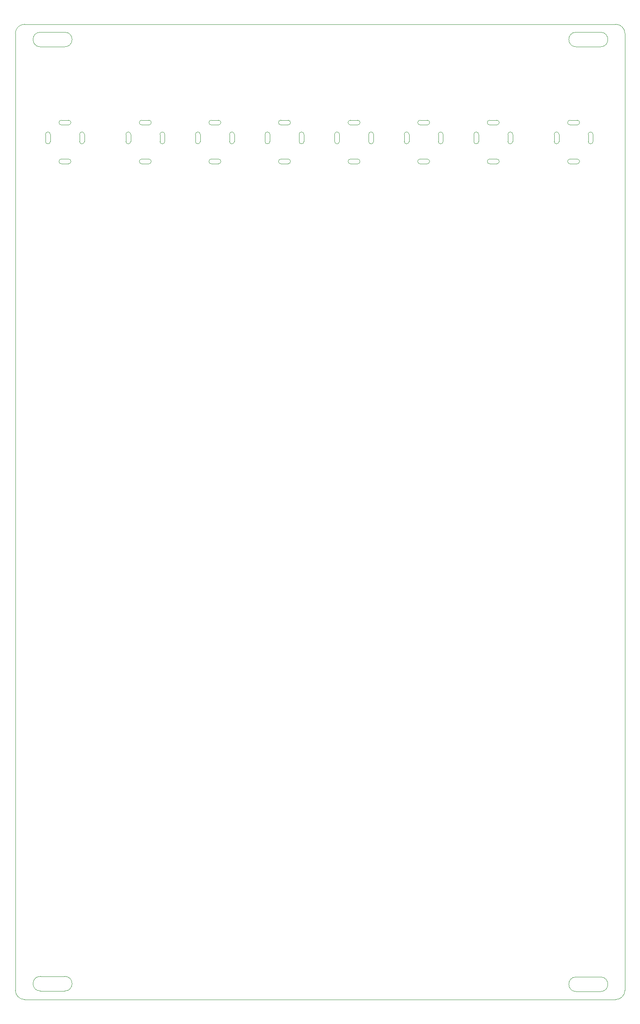
<source format=gbr>
%TF.GenerationSoftware,KiCad,Pcbnew,7.0.8*%
%TF.CreationDate,2023-12-13T19:44:07-05:00*%
%TF.ProjectId,pcb,7063622e-6b69-4636-9164-5f7063625858,rev?*%
%TF.SameCoordinates,Original*%
%TF.FileFunction,Profile,NP*%
%FSLAX46Y46*%
G04 Gerber Fmt 4.6, Leading zero omitted, Abs format (unit mm)*
G04 Created by KiCad (PCBNEW 7.0.8) date 2023-12-13 19:44:07*
%MOMM*%
%LPD*%
G01*
G04 APERTURE LIST*
%TA.AperFunction,Profile*%
%ADD10C,0.050000*%
%TD*%
%TA.AperFunction,Profile*%
%ADD11C,0.010000*%
%TD*%
G04 APERTURE END LIST*
D10*
X1905000Y0D02*
X125095000Y0D01*
X1905000Y-203200000D02*
X125095000Y-203200000D01*
X0Y-1905000D02*
X0Y-201295000D01*
X127000000Y-1905000D02*
X127000000Y-201295000D01*
X5207000Y-201422000D02*
X10287000Y-201422000D01*
X116840000Y-1651000D02*
X121920000Y-1651000D01*
X116840000Y-198501000D02*
G75*
G03*
X116840000Y-201549000I0J-1524000D01*
G01*
X5207000Y-198374000D02*
G75*
G03*
X5207000Y-201422000I4J-1524000D01*
G01*
X5207000Y-1651000D02*
X10287000Y-1651000D01*
X116840000Y-1651000D02*
G75*
G03*
X116840000Y-4699000I0J-1524000D01*
G01*
X5207000Y-4699000D02*
X10287000Y-4699000D01*
X121920000Y-201549000D02*
G75*
G03*
X121920000Y-198501000I0J1524000D01*
G01*
X0Y-201295000D02*
G75*
G03*
X1905000Y-203200000I1905000J0D01*
G01*
X121920000Y-4699000D02*
G75*
G03*
X121920000Y-1651000I0J1524000D01*
G01*
X127000000Y-1905000D02*
G75*
G03*
X125095000Y0I-1905000J0D01*
G01*
X5207000Y-198374000D02*
X10287000Y-198374000D01*
X5207000Y-1651000D02*
G75*
G03*
X5207000Y-4699000I4J-1524000D01*
G01*
X116840000Y-4699000D02*
X121920000Y-4699000D01*
X10287000Y-201422000D02*
G75*
G03*
X10287000Y-198374000I0J1524000D01*
G01*
X116840000Y-198501000D02*
X121920000Y-198501000D01*
X1905000Y0D02*
G75*
G03*
X0Y-1905000I1J-1905001D01*
G01*
X125095000Y-203200000D02*
G75*
G03*
X127000000Y-201295000I0J1905000D01*
G01*
X116840000Y-201549000D02*
X121920000Y-201549000D01*
X10287000Y-4699000D02*
G75*
G03*
X10287000Y-1651000I0J1524000D01*
G01*
D11*
%TO.C,J6*%
X66520000Y-23680000D02*
X66520000Y-22930000D01*
X66520000Y-24430000D02*
X66520000Y-23680000D01*
X67520000Y-22930000D02*
X67520000Y-23680000D01*
X67520000Y-23680000D02*
X67520000Y-24430000D01*
X69820000Y-19980000D02*
X70570000Y-19980000D01*
X69820000Y-28080000D02*
X70570000Y-28080000D01*
X70570000Y-19980000D02*
X71320000Y-19980000D01*
X70570000Y-20980000D02*
X69820000Y-20980000D01*
X70570000Y-28080000D02*
X71320000Y-28080000D01*
X70570000Y-29080000D02*
X69820000Y-29080000D01*
X71320000Y-20980000D02*
X70570000Y-20980000D01*
X71320000Y-29080000D02*
X70570000Y-29080000D01*
X73620000Y-23680000D02*
X73620000Y-22930000D01*
X73620000Y-24430000D02*
X73620000Y-23680000D01*
X74620000Y-22930000D02*
X74620000Y-23680000D01*
X74620000Y-23680000D02*
X74620000Y-24430000D01*
X67020000Y-22430000D02*
G75*
G03*
X66520000Y-22930000I1J-500001D01*
G01*
X67520000Y-22930000D02*
G75*
G03*
X67020000Y-22430000I-500001J-1D01*
G01*
X66520000Y-24430000D02*
G75*
G03*
X67020000Y-24930000I500001J1D01*
G01*
X67020000Y-24930000D02*
G75*
G03*
X67520000Y-24430000I-1J500001D01*
G01*
X69820000Y-19980000D02*
G75*
G03*
X69320000Y-20480000I1J-500001D01*
G01*
X69820000Y-28080000D02*
G75*
G03*
X69320000Y-28580000I1J-500001D01*
G01*
X69320000Y-20480000D02*
G75*
G03*
X69820000Y-20980000I500001J1D01*
G01*
X69320000Y-28580000D02*
G75*
G03*
X69820000Y-29080000I500001J1D01*
G01*
X71820000Y-20480000D02*
G75*
G03*
X71320000Y-19980000I-500000J0D01*
G01*
X71820000Y-28580000D02*
G75*
G03*
X71320000Y-28080000I-500000J0D01*
G01*
X71320000Y-20980000D02*
G75*
G03*
X71820000Y-20480000I0J500000D01*
G01*
X71320000Y-29080000D02*
G75*
G03*
X71820000Y-28580000I0J500000D01*
G01*
X74120000Y-22430000D02*
G75*
G03*
X73620000Y-22930000I0J-500000D01*
G01*
X74620000Y-22930000D02*
G75*
G03*
X74120000Y-22430000I-500000J0D01*
G01*
X73620000Y-24430000D02*
G75*
G03*
X74120000Y-24930000I500000J0D01*
G01*
X74120000Y-24930000D02*
G75*
G03*
X74620000Y-24430000I0J500000D01*
G01*
%TO.C,J1*%
X112260000Y-23680000D02*
X112260000Y-22930000D01*
X112260000Y-24430000D02*
X112260000Y-23680000D01*
X113260000Y-22930000D02*
X113260000Y-23680000D01*
X113260000Y-23680000D02*
X113260000Y-24430000D01*
X115560000Y-19980000D02*
X116310000Y-19980000D01*
X115560000Y-28080000D02*
X116310000Y-28080000D01*
X116310000Y-19980000D02*
X117060000Y-19980000D01*
X116310000Y-20980000D02*
X115560000Y-20980000D01*
X116310000Y-28080000D02*
X117060000Y-28080000D01*
X116310000Y-29080000D02*
X115560000Y-29080000D01*
X117060000Y-20980000D02*
X116310000Y-20980000D01*
X117060000Y-29080000D02*
X116310000Y-29080000D01*
X119360000Y-23680000D02*
X119360000Y-22930000D01*
X119360000Y-24430000D02*
X119360000Y-23680000D01*
X120360000Y-22930000D02*
X120360000Y-23680000D01*
X120360000Y-23680000D02*
X120360000Y-24430000D01*
X112760000Y-22430000D02*
G75*
G03*
X112260000Y-22930000I1J-500001D01*
G01*
X113260000Y-22930000D02*
G75*
G03*
X112760000Y-22430000I-500001J-1D01*
G01*
X112260000Y-24430000D02*
G75*
G03*
X112760000Y-24930000I500001J1D01*
G01*
X112760000Y-24930000D02*
G75*
G03*
X113260000Y-24430000I-1J500001D01*
G01*
X115560000Y-19980000D02*
G75*
G03*
X115060000Y-20480000I1J-500001D01*
G01*
X115560000Y-28080000D02*
G75*
G03*
X115060000Y-28580000I1J-500001D01*
G01*
X115060000Y-20480000D02*
G75*
G03*
X115560000Y-20980000I500001J1D01*
G01*
X115060000Y-28580000D02*
G75*
G03*
X115560000Y-29080000I500001J1D01*
G01*
X117560000Y-20480000D02*
G75*
G03*
X117060000Y-19980000I-500000J0D01*
G01*
X117560000Y-28580000D02*
G75*
G03*
X117060000Y-28080000I-500000J0D01*
G01*
X117060000Y-20980000D02*
G75*
G03*
X117560000Y-20480000I0J500000D01*
G01*
X117060000Y-29080000D02*
G75*
G03*
X117560000Y-28580000I0J500000D01*
G01*
X119860000Y-22430000D02*
G75*
G03*
X119360000Y-22930000I0J-500000D01*
G01*
X120360000Y-22930000D02*
G75*
G03*
X119860000Y-22430000I-500000J0D01*
G01*
X119360000Y-24430000D02*
G75*
G03*
X119860000Y-24930000I500000J0D01*
G01*
X119860000Y-24930000D02*
G75*
G03*
X120360000Y-24430000I0J500000D01*
G01*
%TO.C,J5*%
X52020000Y-23680000D02*
X52020000Y-22930000D01*
X52020000Y-24430000D02*
X52020000Y-23680000D01*
X53020000Y-22930000D02*
X53020000Y-23680000D01*
X53020000Y-23680000D02*
X53020000Y-24430000D01*
X55320000Y-19980000D02*
X56070000Y-19980000D01*
X55320000Y-28080000D02*
X56070000Y-28080000D01*
X56070000Y-19980000D02*
X56820000Y-19980000D01*
X56070000Y-20980000D02*
X55320000Y-20980000D01*
X56070000Y-28080000D02*
X56820000Y-28080000D01*
X56070000Y-29080000D02*
X55320000Y-29080000D01*
X56820000Y-20980000D02*
X56070000Y-20980000D01*
X56820000Y-29080000D02*
X56070000Y-29080000D01*
X59120000Y-23680000D02*
X59120000Y-22930000D01*
X59120000Y-24430000D02*
X59120000Y-23680000D01*
X60120000Y-22930000D02*
X60120000Y-23680000D01*
X60120000Y-23680000D02*
X60120000Y-24430000D01*
X52520000Y-22430000D02*
G75*
G03*
X52020000Y-22930000I1J-500001D01*
G01*
X53020000Y-22930000D02*
G75*
G03*
X52520000Y-22430000I-500001J-1D01*
G01*
X52020000Y-24430000D02*
G75*
G03*
X52520000Y-24930000I500001J1D01*
G01*
X52520000Y-24930000D02*
G75*
G03*
X53020000Y-24430000I-1J500001D01*
G01*
X55320000Y-19980000D02*
G75*
G03*
X54820000Y-20480000I1J-500001D01*
G01*
X55320000Y-28080000D02*
G75*
G03*
X54820000Y-28580000I1J-500001D01*
G01*
X54820000Y-20480000D02*
G75*
G03*
X55320000Y-20980000I500001J1D01*
G01*
X54820000Y-28580000D02*
G75*
G03*
X55320000Y-29080000I500001J1D01*
G01*
X57320000Y-20480000D02*
G75*
G03*
X56820000Y-19980000I-500000J0D01*
G01*
X57320000Y-28580000D02*
G75*
G03*
X56820000Y-28080000I-500000J0D01*
G01*
X56820000Y-20980000D02*
G75*
G03*
X57320000Y-20480000I0J500000D01*
G01*
X56820000Y-29080000D02*
G75*
G03*
X57320000Y-28580000I0J500000D01*
G01*
X59620000Y-22430000D02*
G75*
G03*
X59120000Y-22930000I0J-500000D01*
G01*
X60120000Y-22930000D02*
G75*
G03*
X59620000Y-22430000I-500000J0D01*
G01*
X59120000Y-24430000D02*
G75*
G03*
X59620000Y-24930000I500000J0D01*
G01*
X59620000Y-24930000D02*
G75*
G03*
X60120000Y-24430000I0J500000D01*
G01*
%TO.C,J8*%
X95520000Y-23680000D02*
X95520000Y-22930000D01*
X95520000Y-24430000D02*
X95520000Y-23680000D01*
X96520000Y-22930000D02*
X96520000Y-23680000D01*
X96520000Y-23680000D02*
X96520000Y-24430000D01*
X98820000Y-19980000D02*
X99570000Y-19980000D01*
X98820000Y-28080000D02*
X99570000Y-28080000D01*
X99570000Y-19980000D02*
X100320000Y-19980000D01*
X99570000Y-20980000D02*
X98820000Y-20980000D01*
X99570000Y-28080000D02*
X100320000Y-28080000D01*
X99570000Y-29080000D02*
X98820000Y-29080000D01*
X100320000Y-20980000D02*
X99570000Y-20980000D01*
X100320000Y-29080000D02*
X99570000Y-29080000D01*
X102620000Y-23680000D02*
X102620000Y-22930000D01*
X102620000Y-24430000D02*
X102620000Y-23680000D01*
X103620000Y-22930000D02*
X103620000Y-23680000D01*
X103620000Y-23680000D02*
X103620000Y-24430000D01*
X96020000Y-22430000D02*
G75*
G03*
X95520000Y-22930000I1J-500001D01*
G01*
X96520000Y-22930000D02*
G75*
G03*
X96020000Y-22430000I-500001J-1D01*
G01*
X95520000Y-24430000D02*
G75*
G03*
X96020000Y-24930000I500001J1D01*
G01*
X96020000Y-24930000D02*
G75*
G03*
X96520000Y-24430000I-1J500001D01*
G01*
X98820000Y-19980000D02*
G75*
G03*
X98320000Y-20480000I1J-500001D01*
G01*
X98820000Y-28080000D02*
G75*
G03*
X98320000Y-28580000I1J-500001D01*
G01*
X98320000Y-20480000D02*
G75*
G03*
X98820000Y-20980000I500001J1D01*
G01*
X98320000Y-28580000D02*
G75*
G03*
X98820000Y-29080000I500001J1D01*
G01*
X100820000Y-20480000D02*
G75*
G03*
X100320000Y-19980000I-500000J0D01*
G01*
X100820000Y-28580000D02*
G75*
G03*
X100320000Y-28080000I-500000J0D01*
G01*
X100320000Y-20980000D02*
G75*
G03*
X100820000Y-20480000I0J500000D01*
G01*
X100320000Y-29080000D02*
G75*
G03*
X100820000Y-28580000I0J500000D01*
G01*
X103120000Y-22430000D02*
G75*
G03*
X102620000Y-22930000I0J-500000D01*
G01*
X103620000Y-22930000D02*
G75*
G03*
X103120000Y-22430000I-500000J0D01*
G01*
X102620000Y-24430000D02*
G75*
G03*
X103120000Y-24930000I500000J0D01*
G01*
X103120000Y-24930000D02*
G75*
G03*
X103620000Y-24430000I0J500000D01*
G01*
%TO.C,J4*%
X37520000Y-23680000D02*
X37520000Y-22930000D01*
X37520000Y-24430000D02*
X37520000Y-23680000D01*
X38520000Y-22930000D02*
X38520000Y-23680000D01*
X38520000Y-23680000D02*
X38520000Y-24430000D01*
X40820000Y-19980000D02*
X41570000Y-19980000D01*
X40820000Y-28080000D02*
X41570000Y-28080000D01*
X41570000Y-19980000D02*
X42320000Y-19980000D01*
X41570000Y-20980000D02*
X40820000Y-20980000D01*
X41570000Y-28080000D02*
X42320000Y-28080000D01*
X41570000Y-29080000D02*
X40820000Y-29080000D01*
X42320000Y-20980000D02*
X41570000Y-20980000D01*
X42320000Y-29080000D02*
X41570000Y-29080000D01*
X44620000Y-23680000D02*
X44620000Y-22930000D01*
X44620000Y-24430000D02*
X44620000Y-23680000D01*
X45620000Y-22930000D02*
X45620000Y-23680000D01*
X45620000Y-23680000D02*
X45620000Y-24430000D01*
X38020000Y-22430000D02*
G75*
G03*
X37520000Y-22930000I1J-500001D01*
G01*
X38520000Y-22930000D02*
G75*
G03*
X38020000Y-22430000I-500001J-1D01*
G01*
X37520000Y-24430000D02*
G75*
G03*
X38020000Y-24930000I500001J1D01*
G01*
X38020000Y-24930000D02*
G75*
G03*
X38520000Y-24430000I-1J500001D01*
G01*
X40820000Y-19980000D02*
G75*
G03*
X40320000Y-20480000I1J-500001D01*
G01*
X40820000Y-28080000D02*
G75*
G03*
X40320000Y-28580000I1J-500001D01*
G01*
X40320000Y-20480000D02*
G75*
G03*
X40820000Y-20980000I500001J1D01*
G01*
X40320000Y-28580000D02*
G75*
G03*
X40820000Y-29080000I500001J1D01*
G01*
X42820000Y-20480000D02*
G75*
G03*
X42320000Y-19980000I-500000J0D01*
G01*
X42820000Y-28580000D02*
G75*
G03*
X42320000Y-28080000I-500000J0D01*
G01*
X42320000Y-20980000D02*
G75*
G03*
X42820000Y-20480000I0J500000D01*
G01*
X42320000Y-29080000D02*
G75*
G03*
X42820000Y-28580000I0J500000D01*
G01*
X45120000Y-22430000D02*
G75*
G03*
X44620000Y-22930000I0J-500000D01*
G01*
X45620000Y-22930000D02*
G75*
G03*
X45120000Y-22430000I-500000J0D01*
G01*
X44620000Y-24430000D02*
G75*
G03*
X45120000Y-24930000I500000J0D01*
G01*
X45120000Y-24930000D02*
G75*
G03*
X45620000Y-24430000I0J500000D01*
G01*
%TO.C,J3*%
X23020000Y-23680000D02*
X23020000Y-22930000D01*
X23020000Y-24430000D02*
X23020000Y-23680000D01*
X24020000Y-22930000D02*
X24020000Y-23680000D01*
X24020000Y-23680000D02*
X24020000Y-24430000D01*
X26320000Y-19980000D02*
X27070000Y-19980000D01*
X26320000Y-28080000D02*
X27070000Y-28080000D01*
X27070000Y-19980000D02*
X27820000Y-19980000D01*
X27070000Y-20980000D02*
X26320000Y-20980000D01*
X27070000Y-28080000D02*
X27820000Y-28080000D01*
X27070000Y-29080000D02*
X26320000Y-29080000D01*
X27820000Y-20980000D02*
X27070000Y-20980000D01*
X27820000Y-29080000D02*
X27070000Y-29080000D01*
X30120000Y-23680000D02*
X30120000Y-22930000D01*
X30120000Y-24430000D02*
X30120000Y-23680000D01*
X31120000Y-22930000D02*
X31120000Y-23680000D01*
X31120000Y-23680000D02*
X31120000Y-24430000D01*
X23520000Y-22430000D02*
G75*
G03*
X23020000Y-22930000I1J-500001D01*
G01*
X24020000Y-22930000D02*
G75*
G03*
X23520000Y-22430000I-500001J-1D01*
G01*
X23020000Y-24430000D02*
G75*
G03*
X23520000Y-24930000I500001J1D01*
G01*
X23520000Y-24930000D02*
G75*
G03*
X24020000Y-24430000I-1J500001D01*
G01*
X26320000Y-19980000D02*
G75*
G03*
X25820000Y-20480000I1J-500001D01*
G01*
X26320000Y-28080000D02*
G75*
G03*
X25820000Y-28580000I1J-500001D01*
G01*
X25820000Y-20480000D02*
G75*
G03*
X26320000Y-20980000I500001J1D01*
G01*
X25820000Y-28580000D02*
G75*
G03*
X26320000Y-29080000I500001J1D01*
G01*
X28320000Y-20480000D02*
G75*
G03*
X27820000Y-19980000I-500000J0D01*
G01*
X28320000Y-28580000D02*
G75*
G03*
X27820000Y-28080000I-500000J0D01*
G01*
X27820000Y-20980000D02*
G75*
G03*
X28320000Y-20480000I0J500000D01*
G01*
X27820000Y-29080000D02*
G75*
G03*
X28320000Y-28580000I0J500000D01*
G01*
X30620000Y-22430000D02*
G75*
G03*
X30120000Y-22930000I0J-500000D01*
G01*
X31120000Y-22930000D02*
G75*
G03*
X30620000Y-22430000I-500000J0D01*
G01*
X30120000Y-24430000D02*
G75*
G03*
X30620000Y-24930000I500000J0D01*
G01*
X30620000Y-24930000D02*
G75*
G03*
X31120000Y-24430000I0J500000D01*
G01*
%TO.C,J2*%
X6280000Y-23680000D02*
X6280000Y-22930000D01*
X6280000Y-24430000D02*
X6280000Y-23680000D01*
X7280000Y-22930000D02*
X7280000Y-23680000D01*
X7280000Y-23680000D02*
X7280000Y-24430000D01*
X9580000Y-19980000D02*
X10330000Y-19980000D01*
X9580000Y-28080000D02*
X10330000Y-28080000D01*
X10330000Y-19980000D02*
X11080000Y-19980000D01*
X10330000Y-20980000D02*
X9580000Y-20980000D01*
X10330000Y-28080000D02*
X11080000Y-28080000D01*
X10330000Y-29080000D02*
X9580000Y-29080000D01*
X11080000Y-20980000D02*
X10330000Y-20980000D01*
X11080000Y-29080000D02*
X10330000Y-29080000D01*
X13380000Y-23680000D02*
X13380000Y-22930000D01*
X13380000Y-24430000D02*
X13380000Y-23680000D01*
X14380000Y-22930000D02*
X14380000Y-23680000D01*
X14380000Y-23680000D02*
X14380000Y-24430000D01*
X6780000Y-22430000D02*
G75*
G03*
X6280000Y-22930000I1J-500001D01*
G01*
X7280000Y-22930000D02*
G75*
G03*
X6780000Y-22430000I-500001J-1D01*
G01*
X6280000Y-24430000D02*
G75*
G03*
X6780000Y-24930000I500001J1D01*
G01*
X6780000Y-24930000D02*
G75*
G03*
X7280000Y-24430000I-1J500001D01*
G01*
X9580000Y-19980000D02*
G75*
G03*
X9080000Y-20480000I1J-500001D01*
G01*
X9580000Y-28080000D02*
G75*
G03*
X9080000Y-28580000I1J-500001D01*
G01*
X9080000Y-20480000D02*
G75*
G03*
X9580000Y-20980000I500001J1D01*
G01*
X9080000Y-28580000D02*
G75*
G03*
X9580000Y-29080000I500001J1D01*
G01*
X11580000Y-20480000D02*
G75*
G03*
X11080000Y-19980000I-500000J0D01*
G01*
X11580000Y-28580000D02*
G75*
G03*
X11080000Y-28080000I-500000J0D01*
G01*
X11080000Y-20980000D02*
G75*
G03*
X11580000Y-20480000I0J500000D01*
G01*
X11080000Y-29080000D02*
G75*
G03*
X11580000Y-28580000I0J500000D01*
G01*
X13880000Y-22430000D02*
G75*
G03*
X13380000Y-22930000I0J-500000D01*
G01*
X14380000Y-22930000D02*
G75*
G03*
X13880000Y-22430000I-500000J0D01*
G01*
X13380000Y-24430000D02*
G75*
G03*
X13880000Y-24930000I500000J0D01*
G01*
X13880000Y-24930000D02*
G75*
G03*
X14380000Y-24430000I0J500000D01*
G01*
%TO.C,J7*%
X81020000Y-23680000D02*
X81020000Y-22930000D01*
X81020000Y-24430000D02*
X81020000Y-23680000D01*
X82020000Y-22930000D02*
X82020000Y-23680000D01*
X82020000Y-23680000D02*
X82020000Y-24430000D01*
X84320000Y-19980000D02*
X85070000Y-19980000D01*
X84320000Y-28080000D02*
X85070000Y-28080000D01*
X85070000Y-19980000D02*
X85820000Y-19980000D01*
X85070000Y-20980000D02*
X84320000Y-20980000D01*
X85070000Y-28080000D02*
X85820000Y-28080000D01*
X85070000Y-29080000D02*
X84320000Y-29080000D01*
X85820000Y-20980000D02*
X85070000Y-20980000D01*
X85820000Y-29080000D02*
X85070000Y-29080000D01*
X88120000Y-23680000D02*
X88120000Y-22930000D01*
X88120000Y-24430000D02*
X88120000Y-23680000D01*
X89120000Y-22930000D02*
X89120000Y-23680000D01*
X89120000Y-23680000D02*
X89120000Y-24430000D01*
X81520000Y-22430000D02*
G75*
G03*
X81020000Y-22930000I1J-500001D01*
G01*
X82020000Y-22930000D02*
G75*
G03*
X81520000Y-22430000I-500001J-1D01*
G01*
X81020000Y-24430000D02*
G75*
G03*
X81520000Y-24930000I500001J1D01*
G01*
X81520000Y-24930000D02*
G75*
G03*
X82020000Y-24430000I-1J500001D01*
G01*
X84320000Y-19980000D02*
G75*
G03*
X83820000Y-20480000I1J-500001D01*
G01*
X84320000Y-28080000D02*
G75*
G03*
X83820000Y-28580000I1J-500001D01*
G01*
X83820000Y-20480000D02*
G75*
G03*
X84320000Y-20980000I500001J1D01*
G01*
X83820000Y-28580000D02*
G75*
G03*
X84320000Y-29080000I500001J1D01*
G01*
X86320000Y-20480000D02*
G75*
G03*
X85820000Y-19980000I-500000J0D01*
G01*
X86320000Y-28580000D02*
G75*
G03*
X85820000Y-28080000I-500000J0D01*
G01*
X85820000Y-20980000D02*
G75*
G03*
X86320000Y-20480000I0J500000D01*
G01*
X85820000Y-29080000D02*
G75*
G03*
X86320000Y-28580000I0J500000D01*
G01*
X88620000Y-22430000D02*
G75*
G03*
X88120000Y-22930000I0J-500000D01*
G01*
X89120000Y-22930000D02*
G75*
G03*
X88620000Y-22430000I-500000J0D01*
G01*
X88120000Y-24430000D02*
G75*
G03*
X88620000Y-24930000I500000J0D01*
G01*
X88620000Y-24930000D02*
G75*
G03*
X89120000Y-24430000I0J500000D01*
G01*
%TD*%
M02*

</source>
